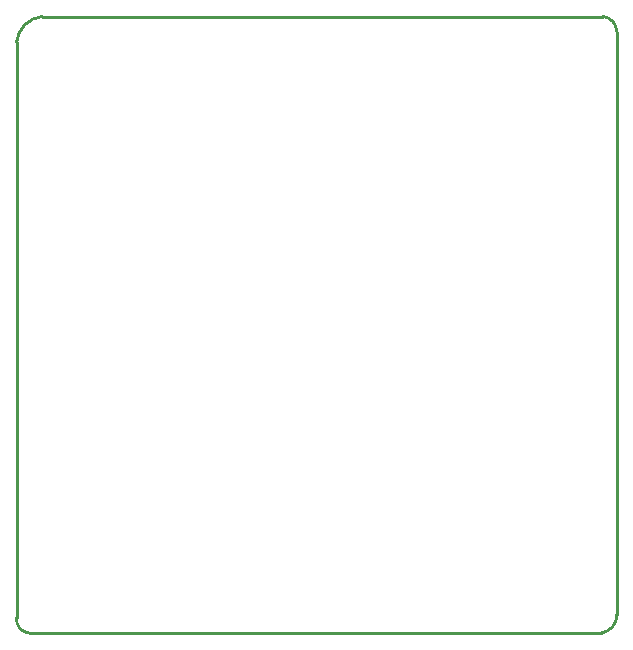
<source format=gm1>
G04*
G04 #@! TF.GenerationSoftware,Altium Limited,Altium Designer,21.2.2 (38)*
G04*
G04 Layer_Color=16711935*
%FSLAX25Y25*%
%MOIN*%
G70*
G04*
G04 #@! TF.SameCoordinates,8CF34D0F-3D0A-4A82-AD64-C49C04CB85B6*
G04*
G04*
G04 #@! TF.FilePolarity,Positive*
G04*
G01*
G75*
%ADD12C,0.01000*%
D12*
X468525Y423000D02*
G03*
X464000Y428000I-5025J0D01*
G01*
X277000D02*
G03*
X268500Y419500I1000J-9500D01*
G01*
X463500Y222500D02*
G03*
X468583Y228500I-1000J6000D01*
G01*
X268500Y227500D02*
G03*
X272500Y222500I4500J-500D01*
G01*
Y222500D02*
X463500Y222500D01*
X468500Y423000D02*
X468500Y228500D01*
X277000Y428000D02*
X464000D01*
X268500Y227500D02*
X268500Y419500D01*
M02*

</source>
